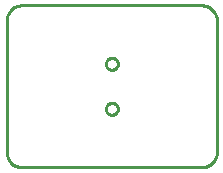
<source format=gbr>
G04 EAGLE Gerber RS-274X export*
G75*
%MOMM*%
%FSLAX34Y34*%
%LPD*%
%IN*%
%IPPOS*%
%AMOC8*
5,1,8,0,0,1.08239X$1,22.5*%
G01*
%ADD10C,0.254000*%


D10*
X0Y7620D02*
X48Y6513D01*
X193Y5415D01*
X433Y4333D01*
X766Y3276D01*
X1190Y2253D01*
X1702Y1270D01*
X2297Y336D01*
X2971Y-543D01*
X3720Y-1360D01*
X4537Y-2109D01*
X5416Y-2783D01*
X6350Y-3379D01*
X7333Y-3890D01*
X8356Y-4314D01*
X9413Y-4647D01*
X10495Y-4887D01*
X11593Y-5032D01*
X12700Y-5080D01*
X165100Y-5080D01*
X166207Y-5032D01*
X167305Y-4887D01*
X168387Y-4647D01*
X169444Y-4314D01*
X170467Y-3890D01*
X171450Y-3379D01*
X172384Y-2783D01*
X173263Y-2109D01*
X174080Y-1360D01*
X174829Y-543D01*
X175503Y336D01*
X176099Y1270D01*
X176610Y2253D01*
X177034Y3276D01*
X177367Y4333D01*
X177607Y5415D01*
X177752Y6513D01*
X177800Y7620D01*
X177800Y119380D01*
X177752Y120487D01*
X177607Y121585D01*
X177367Y122667D01*
X177034Y123724D01*
X176610Y124747D01*
X176099Y125730D01*
X175503Y126664D01*
X174829Y127543D01*
X174080Y128360D01*
X173263Y129109D01*
X172384Y129783D01*
X171450Y130379D01*
X170467Y130890D01*
X169444Y131314D01*
X168387Y131647D01*
X167305Y131887D01*
X166207Y132032D01*
X165100Y132080D01*
X12700Y132080D01*
X11593Y132032D01*
X10495Y131887D01*
X9413Y131647D01*
X8356Y131314D01*
X7333Y130890D01*
X6350Y130379D01*
X5416Y129783D01*
X4537Y129109D01*
X3720Y128360D01*
X2971Y127543D01*
X2297Y126664D01*
X1701Y125730D01*
X1190Y124747D01*
X766Y123724D01*
X433Y122667D01*
X193Y121585D01*
X48Y120487D01*
X0Y119380D01*
X0Y7620D01*
X88619Y77550D02*
X88061Y77613D01*
X87514Y77738D01*
X86984Y77923D01*
X86478Y78167D01*
X86002Y78466D01*
X85563Y78816D01*
X85166Y79213D01*
X84816Y79652D01*
X84517Y80128D01*
X84273Y80634D01*
X84088Y81164D01*
X83963Y81711D01*
X83900Y82269D01*
X83900Y82831D01*
X83963Y83389D01*
X84088Y83936D01*
X84273Y84466D01*
X84517Y84972D01*
X84816Y85448D01*
X85166Y85887D01*
X85563Y86284D01*
X86002Y86634D01*
X86478Y86933D01*
X86984Y87177D01*
X87514Y87362D01*
X88061Y87487D01*
X88619Y87550D01*
X89181Y87550D01*
X89739Y87487D01*
X90286Y87362D01*
X90816Y87177D01*
X91322Y86933D01*
X91798Y86634D01*
X92237Y86284D01*
X92634Y85887D01*
X92984Y85448D01*
X93283Y84972D01*
X93527Y84466D01*
X93712Y83936D01*
X93837Y83389D01*
X93900Y82831D01*
X93900Y82269D01*
X93837Y81711D01*
X93712Y81164D01*
X93527Y80634D01*
X93283Y80128D01*
X92984Y79652D01*
X92634Y79213D01*
X92237Y78816D01*
X91798Y78466D01*
X91322Y78167D01*
X90816Y77923D01*
X90286Y77738D01*
X89739Y77613D01*
X89181Y77550D01*
X88619Y77550D01*
X88619Y39450D02*
X88061Y39513D01*
X87514Y39638D01*
X86984Y39823D01*
X86478Y40067D01*
X86002Y40366D01*
X85563Y40716D01*
X85166Y41113D01*
X84816Y41552D01*
X84517Y42028D01*
X84273Y42534D01*
X84088Y43064D01*
X83963Y43611D01*
X83900Y44169D01*
X83900Y44731D01*
X83963Y45289D01*
X84088Y45836D01*
X84273Y46366D01*
X84517Y46872D01*
X84816Y47348D01*
X85166Y47787D01*
X85563Y48184D01*
X86002Y48534D01*
X86478Y48833D01*
X86984Y49077D01*
X87514Y49262D01*
X88061Y49387D01*
X88619Y49450D01*
X89181Y49450D01*
X89739Y49387D01*
X90286Y49262D01*
X90816Y49077D01*
X91322Y48833D01*
X91798Y48534D01*
X92237Y48184D01*
X92634Y47787D01*
X92984Y47348D01*
X93283Y46872D01*
X93527Y46366D01*
X93712Y45836D01*
X93837Y45289D01*
X93900Y44731D01*
X93900Y44169D01*
X93837Y43611D01*
X93712Y43064D01*
X93527Y42534D01*
X93283Y42028D01*
X92984Y41552D01*
X92634Y41113D01*
X92237Y40716D01*
X91798Y40366D01*
X91322Y40067D01*
X90816Y39823D01*
X90286Y39638D01*
X89739Y39513D01*
X89181Y39450D01*
X88619Y39450D01*
M02*

</source>
